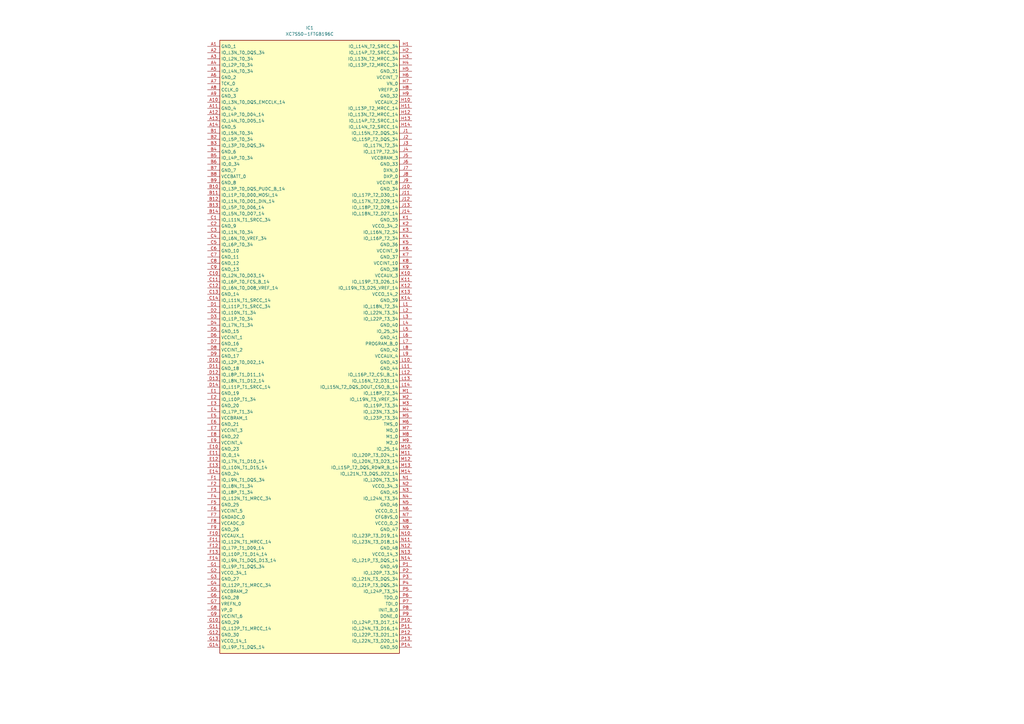
<source format=kicad_sch>
(kicad_sch
	(version 20231120)
	(generator "eeschema")
	(generator_version "8.0")
	(uuid "30d747be-16bb-4b9d-a7aa-67c6064d399c")
	(paper "A3")
	(lib_symbols
		(symbol "XC7S50-1FTGB196C:XC7S50-1FTGB196C"
			(exclude_from_sim no)
			(in_bom yes)
			(on_board yes)
			(property "Reference" "IC"
				(at 80.01 7.62 0)
				(effects
					(font
						(size 1.27 1.27)
					)
					(justify left top)
				)
			)
			(property "Value" "XC7S50-1FTGB196C"
				(at 80.01 5.08 0)
				(effects
					(font
						(size 1.27 1.27)
					)
					(justify left top)
				)
			)
			(property "Footprint" "BGA196C100P14X14_1500X1500X155"
				(at 80.01 -94.92 0)
				(effects
					(font
						(size 1.27 1.27)
					)
					(justify left top)
					(hide yes)
				)
			)
			(property "Datasheet" "https://www.xilinx.com/support/documentation/user_guides/ug475_7Series_Pkg_Pinout.pdf"
				(at 80.01 -194.92 0)
				(effects
					(font
						(size 1.27 1.27)
					)
					(justify left top)
					(hide yes)
				)
			)
			(property "Description" "XILINX - XC7S50-1FTGB196C - FPGA, SPARTAN-7, 100 I/O, FCBGA-196"
				(at 0 0 0)
				(effects
					(font
						(size 1.27 1.27)
					)
					(hide yes)
				)
			)
			(property "Height" "1.55"
				(at 80.01 -394.92 0)
				(effects
					(font
						(size 1.27 1.27)
					)
					(justify left top)
					(hide yes)
				)
			)
			(property "Manufacturer_Name" "AMD"
				(at 80.01 -494.92 0)
				(effects
					(font
						(size 1.27 1.27)
					)
					(justify left top)
					(hide yes)
				)
			)
			(property "Manufacturer_Part_Number" "XC7S50-1FTGB196C"
				(at 80.01 -594.92 0)
				(effects
					(font
						(size 1.27 1.27)
					)
					(justify left top)
					(hide yes)
				)
			)
			(property "Mouser Part Number" "217-XC7S50-1FTGB196C"
				(at 80.01 -694.92 0)
				(effects
					(font
						(size 1.27 1.27)
					)
					(justify left top)
					(hide yes)
				)
			)
			(property "Mouser Price/Stock" "https://www.mouser.co.uk/ProductDetail/Xilinx/XC7S50-1FTGB196C?qs=rrS6PyfT74cn7oaHCl493Q%3D%3D"
				(at 80.01 -794.92 0)
				(effects
					(font
						(size 1.27 1.27)
					)
					(justify left top)
					(hide yes)
				)
			)
			(property "Arrow Part Number" ""
				(at 80.01 -894.92 0)
				(effects
					(font
						(size 1.27 1.27)
					)
					(justify left top)
					(hide yes)
				)
			)
			(property "Arrow Price/Stock" ""
				(at 80.01 -994.92 0)
				(effects
					(font
						(size 1.27 1.27)
					)
					(justify left top)
					(hide yes)
				)
			)
			(symbol "XC7S50-1FTGB196C_1_1"
				(rectangle
					(start 5.08 2.54)
					(end 78.74 -248.92)
					(stroke
						(width 0.254)
						(type default)
					)
					(fill
						(type background)
					)
				)
				(pin passive line
					(at 0 0 0)
					(length 5.08)
					(name "GND_1"
						(effects
							(font
								(size 1.27 1.27)
							)
						)
					)
					(number "A1"
						(effects
							(font
								(size 1.27 1.27)
							)
						)
					)
				)
				(pin passive line
					(at 0 -22.86 0)
					(length 5.08)
					(name "IO_L3N_T0_DQS_EMCCLK_14"
						(effects
							(font
								(size 1.27 1.27)
							)
						)
					)
					(number "A10"
						(effects
							(font
								(size 1.27 1.27)
							)
						)
					)
				)
				(pin passive line
					(at 0 -25.4 0)
					(length 5.08)
					(name "GND_4"
						(effects
							(font
								(size 1.27 1.27)
							)
						)
					)
					(number "A11"
						(effects
							(font
								(size 1.27 1.27)
							)
						)
					)
				)
				(pin passive line
					(at 0 -27.94 0)
					(length 5.08)
					(name "IO_L4P_T0_D04_14"
						(effects
							(font
								(size 1.27 1.27)
							)
						)
					)
					(number "A12"
						(effects
							(font
								(size 1.27 1.27)
							)
						)
					)
				)
				(pin passive line
					(at 0 -30.48 0)
					(length 5.08)
					(name "IO_L4N_T0_D05_14"
						(effects
							(font
								(size 1.27 1.27)
							)
						)
					)
					(number "A13"
						(effects
							(font
								(size 1.27 1.27)
							)
						)
					)
				)
				(pin passive line
					(at 0 -33.02 0)
					(length 5.08)
					(name "GND_5"
						(effects
							(font
								(size 1.27 1.27)
							)
						)
					)
					(number "A14"
						(effects
							(font
								(size 1.27 1.27)
							)
						)
					)
				)
				(pin passive line
					(at 0 -2.54 0)
					(length 5.08)
					(name "IO_L3N_T0_DQS_34"
						(effects
							(font
								(size 1.27 1.27)
							)
						)
					)
					(number "A2"
						(effects
							(font
								(size 1.27 1.27)
							)
						)
					)
				)
				(pin passive line
					(at 0 -5.08 0)
					(length 5.08)
					(name "IO_L2N_T0_34"
						(effects
							(font
								(size 1.27 1.27)
							)
						)
					)
					(number "A3"
						(effects
							(font
								(size 1.27 1.27)
							)
						)
					)
				)
				(pin passive line
					(at 0 -7.62 0)
					(length 5.08)
					(name "IO_L2P_T0_34"
						(effects
							(font
								(size 1.27 1.27)
							)
						)
					)
					(number "A4"
						(effects
							(font
								(size 1.27 1.27)
							)
						)
					)
				)
				(pin passive line
					(at 0 -10.16 0)
					(length 5.08)
					(name "IO_L4N_T0_34"
						(effects
							(font
								(size 1.27 1.27)
							)
						)
					)
					(number "A5"
						(effects
							(font
								(size 1.27 1.27)
							)
						)
					)
				)
				(pin passive line
					(at 0 -12.7 0)
					(length 5.08)
					(name "GND_2"
						(effects
							(font
								(size 1.27 1.27)
							)
						)
					)
					(number "A6"
						(effects
							(font
								(size 1.27 1.27)
							)
						)
					)
				)
				(pin passive line
					(at 0 -15.24 0)
					(length 5.08)
					(name "TCK_0"
						(effects
							(font
								(size 1.27 1.27)
							)
						)
					)
					(number "A7"
						(effects
							(font
								(size 1.27 1.27)
							)
						)
					)
				)
				(pin passive line
					(at 0 -17.78 0)
					(length 5.08)
					(name "CCLK_0"
						(effects
							(font
								(size 1.27 1.27)
							)
						)
					)
					(number "A8"
						(effects
							(font
								(size 1.27 1.27)
							)
						)
					)
				)
				(pin passive line
					(at 0 -20.32 0)
					(length 5.08)
					(name "GND_3"
						(effects
							(font
								(size 1.27 1.27)
							)
						)
					)
					(number "A9"
						(effects
							(font
								(size 1.27 1.27)
							)
						)
					)
				)
				(pin passive line
					(at 0 -35.56 0)
					(length 5.08)
					(name "IO_L5N_T0_34"
						(effects
							(font
								(size 1.27 1.27)
							)
						)
					)
					(number "B1"
						(effects
							(font
								(size 1.27 1.27)
							)
						)
					)
				)
				(pin passive line
					(at 0 -58.42 0)
					(length 5.08)
					(name "IO_L3P_T0_DQS_PUDC_B_14"
						(effects
							(font
								(size 1.27 1.27)
							)
						)
					)
					(number "B10"
						(effects
							(font
								(size 1.27 1.27)
							)
						)
					)
				)
				(pin passive line
					(at 0 -60.96 0)
					(length 5.08)
					(name "IO_L1P_T0_D00_MOSI_14"
						(effects
							(font
								(size 1.27 1.27)
							)
						)
					)
					(number "B11"
						(effects
							(font
								(size 1.27 1.27)
							)
						)
					)
				)
				(pin passive line
					(at 0 -63.5 0)
					(length 5.08)
					(name "IO_L1N_T0_D01_DIN_14"
						(effects
							(font
								(size 1.27 1.27)
							)
						)
					)
					(number "B12"
						(effects
							(font
								(size 1.27 1.27)
							)
						)
					)
				)
				(pin passive line
					(at 0 -66.04 0)
					(length 5.08)
					(name "IO_L5P_T0_D06_14"
						(effects
							(font
								(size 1.27 1.27)
							)
						)
					)
					(number "B13"
						(effects
							(font
								(size 1.27 1.27)
							)
						)
					)
				)
				(pin passive line
					(at 0 -68.58 0)
					(length 5.08)
					(name "IO_L5N_T0_D07_14"
						(effects
							(font
								(size 1.27 1.27)
							)
						)
					)
					(number "B14"
						(effects
							(font
								(size 1.27 1.27)
							)
						)
					)
				)
				(pin passive line
					(at 0 -38.1 0)
					(length 5.08)
					(name "IO_L5P_T0_34"
						(effects
							(font
								(size 1.27 1.27)
							)
						)
					)
					(number "B2"
						(effects
							(font
								(size 1.27 1.27)
							)
						)
					)
				)
				(pin passive line
					(at 0 -40.64 0)
					(length 5.08)
					(name "IO_L3P_T0_DQS_34"
						(effects
							(font
								(size 1.27 1.27)
							)
						)
					)
					(number "B3"
						(effects
							(font
								(size 1.27 1.27)
							)
						)
					)
				)
				(pin passive line
					(at 0 -43.18 0)
					(length 5.08)
					(name "GND_6"
						(effects
							(font
								(size 1.27 1.27)
							)
						)
					)
					(number "B4"
						(effects
							(font
								(size 1.27 1.27)
							)
						)
					)
				)
				(pin passive line
					(at 0 -45.72 0)
					(length 5.08)
					(name "IO_L4P_T0_34"
						(effects
							(font
								(size 1.27 1.27)
							)
						)
					)
					(number "B5"
						(effects
							(font
								(size 1.27 1.27)
							)
						)
					)
				)
				(pin passive line
					(at 0 -48.26 0)
					(length 5.08)
					(name "IO_0_34"
						(effects
							(font
								(size 1.27 1.27)
							)
						)
					)
					(number "B6"
						(effects
							(font
								(size 1.27 1.27)
							)
						)
					)
				)
				(pin passive line
					(at 0 -50.8 0)
					(length 5.08)
					(name "GND_7"
						(effects
							(font
								(size 1.27 1.27)
							)
						)
					)
					(number "B7"
						(effects
							(font
								(size 1.27 1.27)
							)
						)
					)
				)
				(pin passive line
					(at 0 -53.34 0)
					(length 5.08)
					(name "VCCBATT_0"
						(effects
							(font
								(size 1.27 1.27)
							)
						)
					)
					(number "B8"
						(effects
							(font
								(size 1.27 1.27)
							)
						)
					)
				)
				(pin passive line
					(at 0 -55.88 0)
					(length 5.08)
					(name "GND_8"
						(effects
							(font
								(size 1.27 1.27)
							)
						)
					)
					(number "B9"
						(effects
							(font
								(size 1.27 1.27)
							)
						)
					)
				)
				(pin passive line
					(at 0 -71.12 0)
					(length 5.08)
					(name "IO_L11N_T1_SRCC_34"
						(effects
							(font
								(size 1.27 1.27)
							)
						)
					)
					(number "C1"
						(effects
							(font
								(size 1.27 1.27)
							)
						)
					)
				)
				(pin passive line
					(at 0 -93.98 0)
					(length 5.08)
					(name "IO_L2N_T0_D03_14"
						(effects
							(font
								(size 1.27 1.27)
							)
						)
					)
					(number "C10"
						(effects
							(font
								(size 1.27 1.27)
							)
						)
					)
				)
				(pin passive line
					(at 0 -96.52 0)
					(length 5.08)
					(name "IO_L6P_T0_FCS_B_14"
						(effects
							(font
								(size 1.27 1.27)
							)
						)
					)
					(number "C11"
						(effects
							(font
								(size 1.27 1.27)
							)
						)
					)
				)
				(pin passive line
					(at 0 -99.06 0)
					(length 5.08)
					(name "IO_L6N_T0_D08_VREF_14"
						(effects
							(font
								(size 1.27 1.27)
							)
						)
					)
					(number "C12"
						(effects
							(font
								(size 1.27 1.27)
							)
						)
					)
				)
				(pin passive line
					(at 0 -101.6 0)
					(length 5.08)
					(name "GND_14"
						(effects
							(font
								(size 1.27 1.27)
							)
						)
					)
					(number "C13"
						(effects
							(font
								(size 1.27 1.27)
							)
						)
					)
				)
				(pin passive line
					(at 0 -104.14 0)
					(length 5.08)
					(name "IO_L11N_T1_SRCC_14"
						(effects
							(font
								(size 1.27 1.27)
							)
						)
					)
					(number "C14"
						(effects
							(font
								(size 1.27 1.27)
							)
						)
					)
				)
				(pin passive line
					(at 0 -73.66 0)
					(length 5.08)
					(name "GND_9"
						(effects
							(font
								(size 1.27 1.27)
							)
						)
					)
					(number "C2"
						(effects
							(font
								(size 1.27 1.27)
							)
						)
					)
				)
				(pin passive line
					(at 0 -76.2 0)
					(length 5.08)
					(name "IO_L1N_T0_34"
						(effects
							(font
								(size 1.27 1.27)
							)
						)
					)
					(number "C3"
						(effects
							(font
								(size 1.27 1.27)
							)
						)
					)
				)
				(pin passive line
					(at 0 -78.74 0)
					(length 5.08)
					(name "IO_L6N_T0_VREF_34"
						(effects
							(font
								(size 1.27 1.27)
							)
						)
					)
					(number "C4"
						(effects
							(font
								(size 1.27 1.27)
							)
						)
					)
				)
				(pin passive line
					(at 0 -81.28 0)
					(length 5.08)
					(name "IO_L6P_T0_34"
						(effects
							(font
								(size 1.27 1.27)
							)
						)
					)
					(number "C5"
						(effects
							(font
								(size 1.27 1.27)
							)
						)
					)
				)
				(pin passive line
					(at 0 -83.82 0)
					(length 5.08)
					(name "GND_10"
						(effects
							(font
								(size 1.27 1.27)
							)
						)
					)
					(number "C6"
						(effects
							(font
								(size 1.27 1.27)
							)
						)
					)
				)
				(pin passive line
					(at 0 -86.36 0)
					(length 5.08)
					(name "GND_11"
						(effects
							(font
								(size 1.27 1.27)
							)
						)
					)
					(number "C7"
						(effects
							(font
								(size 1.27 1.27)
							)
						)
					)
				)
				(pin passive line
					(at 0 -88.9 0)
					(length 5.08)
					(name "GND_12"
						(effects
							(font
								(size 1.27 1.27)
							)
						)
					)
					(number "C8"
						(effects
							(font
								(size 1.27 1.27)
							)
						)
					)
				)
				(pin passive line
					(at 0 -91.44 0)
					(length 5.08)
					(name "GND_13"
						(effects
							(font
								(size 1.27 1.27)
							)
						)
					)
					(number "C9"
						(effects
							(font
								(size 1.27 1.27)
							)
						)
					)
				)
				(pin passive line
					(at 0 -106.68 0)
					(length 5.08)
					(name "IO_L11P_T1_SRCC_34"
						(effects
							(font
								(size 1.27 1.27)
							)
						)
					)
					(number "D1"
						(effects
							(font
								(size 1.27 1.27)
							)
						)
					)
				)
				(pin passive line
					(at 0 -129.54 0)
					(length 5.08)
					(name "IO_L2P_T0_D02_14"
						(effects
							(font
								(size 1.27 1.27)
							)
						)
					)
					(number "D10"
						(effects
							(font
								(size 1.27 1.27)
							)
						)
					)
				)
				(pin passive line
					(at 0 -132.08 0)
					(length 5.08)
					(name "GND_18"
						(effects
							(font
								(size 1.27 1.27)
							)
						)
					)
					(number "D11"
						(effects
							(font
								(size 1.27 1.27)
							)
						)
					)
				)
				(pin passive line
					(at 0 -134.62 0)
					(length 5.08)
					(name "IO_L8P_T1_D11_14"
						(effects
							(font
								(size 1.27 1.27)
							)
						)
					)
					(number "D12"
						(effects
							(font
								(size 1.27 1.27)
							)
						)
					)
				)
				(pin passive line
					(at 0 -137.16 0)
					(length 5.08)
					(name "IO_L8N_T1_D12_14"
						(effects
							(font
								(size 1.27 1.27)
							)
						)
					)
					(number "D13"
						(effects
							(font
								(size 1.27 1.27)
							)
						)
					)
				)
				(pin passive line
					(at 0 -139.7 0)
					(length 5.08)
					(name "IO_L11P_T1_SRCC_14"
						(effects
							(font
								(size 1.27 1.27)
							)
						)
					)
					(number "D14"
						(effects
							(font
								(size 1.27 1.27)
							)
						)
					)
				)
				(pin passive line
					(at 0 -109.22 0)
					(length 5.08)
					(name "IO_L10N_T1_34"
						(effects
							(font
								(size 1.27 1.27)
							)
						)
					)
					(number "D2"
						(effects
							(font
								(size 1.27 1.27)
							)
						)
					)
				)
				(pin passive line
					(at 0 -111.76 0)
					(length 5.08)
					(name "IO_L1P_T0_34"
						(effects
							(font
								(size 1.27 1.27)
							)
						)
					)
					(number "D3"
						(effects
							(font
								(size 1.27 1.27)
							)
						)
					)
				)
				(pin passive line
					(at 0 -114.3 0)
					(length 5.08)
					(name "IO_L7N_T1_34"
						(effects
							(font
								(size 1.27 1.27)
							)
						)
					)
					(number "D4"
						(effects
							(font
								(size 1.27 1.27)
							)
						)
					)
				)
				(pin passive line
					(at 0 -116.84 0)
					(length 5.08)
					(name "GND_15"
						(effects
							(font
								(size 1.27 1.27)
							)
						)
					)
					(number "D5"
						(effects
							(font
								(size 1.27 1.27)
							)
						)
					)
				)
				(pin passive line
					(at 0 -119.38 0)
					(length 5.08)
					(name "VCCINT_1"
						(effects
							(font
								(size 1.27 1.27)
							)
						)
					)
					(number "D6"
						(effects
							(font
								(size 1.27 1.27)
							)
						)
					)
				)
				(pin passive line
					(at 0 -121.92 0)
					(length 5.08)
					(name "GND_16"
						(effects
							(font
								(size 1.27 1.27)
							)
						)
					)
					(number "D7"
						(effects
							(font
								(size 1.27 1.27)
							)
						)
					)
				)
				(pin passive line
					(at 0 -124.46 0)
					(length 5.08)
					(name "VCCINT_2"
						(effects
							(font
								(size 1.27 1.27)
							)
						)
					)
					(number "D8"
						(effects
							(font
								(size 1.27 1.27)
							)
						)
					)
				)
				(pin passive line
					(at 0 -127 0)
					(length 5.08)
					(name "GND_17"
						(effects
							(font
								(size 1.27 1.27)
							)
						)
					)
					(number "D9"
						(effects
							(font
								(size 1.27 1.27)
							)
						)
					)
				)
				(pin passive line
					(at 0 -142.24 0)
					(length 5.08)
					(name "GND_19"
						(effects
							(font
								(size 1.27 1.27)
							)
						)
					)
					(number "E1"
						(effects
							(font
								(size 1.27 1.27)
							)
						)
					)
				)
				(pin passive line
					(at 0 -165.1 0)
					(length 5.08)
					(name "GND_23"
						(effects
							(font
								(size 1.27 1.27)
							)
						)
					)
					(number "E10"
						(effects
							(font
								(size 1.27 1.27)
							)
						)
					)
				)
				(pin passive line
					(at 0 -167.64 0)
					(length 5.08)
					(name "IO_0_14"
						(effects
							(font
								(size 1.27 1.27)
							)
						)
					)
					(number "E11"
						(effects
							(font
								(size 1.27 1.27)
							)
						)
					)
				)
				(pin passive line
					(at 0 -170.18 0)
					(length 5.08)
					(name "IO_L7N_T1_D10_14"
						(effects
							(font
								(size 1.27 1.27)
							)
						)
					)
					(number "E12"
						(effects
							(font
								(size 1.27 1.27)
							)
						)
					)
				)
				(pin passive line
					(at 0 -172.72 0)
					(length 5.08)
					(name "IO_L10N_T1_D15_14"
						(effects
							(font
								(size 1.27 1.27)
							)
						)
					)
					(number "E13"
						(effects
							(font
								(size 1.27 1.27)
							)
						)
					)
				)
				(pin passive line
					(at 0 -175.26 0)
					(length 5.08)
					(name "GND_24"
						(effects
							(font
								(size 1.27 1.27)
							)
						)
					)
					(number "E14"
						(effects
							(font
								(size 1.27 1.27)
							)
						)
					)
				)
				(pin passive line
					(at 0 -144.78 0)
					(length 5.08)
					(name "IO_L10P_T1_34"
						(effects
							(font
								(size 1.27 1.27)
							)
						)
					)
					(number "E2"
						(effects
							(font
								(size 1.27 1.27)
							)
						)
					)
				)
				(pin passive line
					(at 0 -147.32 0)
					(length 5.08)
					(name "GND_20"
						(effects
							(font
								(size 1.27 1.27)
							)
						)
					)
					(number "E3"
						(effects
							(font
								(size 1.27 1.27)
							)
						)
					)
				)
				(pin passive line
					(at 0 -149.86 0)
					(length 5.08)
					(name "IO_L7P_T1_34"
						(effects
							(font
								(size 1.27 1.27)
							)
						)
					)
					(number "E4"
						(effects
							(font
								(size 1.27 1.27)
							)
						)
					)
				)
				(pin passive line
					(at 0 -152.4 0)
					(length 5.08)
					(name "VCCBRAM_1"
						(effects
							(font
								(size 1.27 1.27)
							)
						)
					)
					(number "E5"
						(effects
							(font
								(size 1.27 1.27)
							)
						)
					)
				)
				(pin passive line
					(at 0 -154.94 0)
					(length 5.08)
					(name "GND_21"
						(effects
							(font
								(size 1.27 1.27)
							)
						)
					)
					(number "E6"
						(effects
							(font
								(size 1.27 1.27)
							)
						)
					)
				)
				(pin passive line
					(at 0 -157.48 0)
					(length 5.08)
					(name "VCCINT_3"
						(effects
							(font
								(size 1.27 1.27)
							)
						)
					)
					(number "E7"
						(effects
							(font
								(size 1.27 1.27)
							)
						)
					)
				)
				(pin passive line
					(at 0 -160.02 0)
					(length 5.08)
					(name "GND_22"
						(effects
							(font
								(size 1.27 1.27)
							)
						)
					)
					(number "E8"
						(effects
							(font
								(size 1.27 1.27)
							)
						)
					)
				)
				(pin passive line
					(at 0 -162.56 0)
					(length 5.08)
					(name "VCCINT_4"
						(effects
							(font
								(size 1.27 1.27)
							)
						)
					)
					(number "E9"
						(effects
							(font
								(size 1.27 1.27)
							)
						)
					)
				)
				(pin passive line
					(at 0 -177.8 0)
					(length 5.08)
					(name "IO_L9N_T1_DQS_34"
						(effects
							(font
								(size 1.27 1.27)
							)
						)
					)
					(number "F1"
						(effects
							(font
								(size 1.27 1.27)
							)
						)
					)
				)
				(pin passive line
					(at 0 -200.66 0)
					(length 5.08)
					(name "VCCAUX_1"
						(effects
							(font
								(size 1.27 1.27)
							)
						)
					)
					(number "F10"
						(effects
							(font
								(size 1.27 1.27)
							)
						)
					)
				)
				(pin passive line
					(at 0 -203.2 0)
					(length 5.08)
					(name "IO_L12N_T1_MRCC_14"
						(effects
							(font
								(size 1.27 1.27)
							)
						)
					)
					(number "F11"
						(effects
							(font
								(size 1.27 1.27)
							)
						)
					)
				)
				(pin passive line
					(at 0 -205.74 0)
					(length 5.08)
					(name "IO_L7P_T1_D09_14"
						(effects
							(font
								(size 1.27 1.27)
							)
						)
					)
					(number "F12"
						(effects
							(font
								(size 1.27 1.27)
							)
						)
					)
				)
				(pin passive line
					(at 0 -208.28 0)
					(length 5.08)
					(name "IO_L10P_T1_D14_14"
						(effects
							(font
								(size 1.27 1.27)
							)
						)
					)
					(number "F13"
						(effects
							(font
								(size 1.27 1.27)
							)
						)
					)
				)
				(pin passive line
					(at 0 -210.82 0)
					(length 5.08)
					(name "IO_L9N_T1_DQS_D13_14"
						(effects
							(font
								(size 1.27 1.27)
							)
						)
					)
					(number "F14"
						(effects
							(font
								(size 1.27 1.27)
							)
						)
					)
				)
				(pin passive line
					(at 0 -180.34 0)
					(length 5.08)
					(name "IO_L8N_T1_34"
						(effects
							(font
								(size 1.27 1.27)
							)
						)
					)
					(number "F2"
						(effects
							(font
								(size 1.27 1.27)
							)
						)
					)
				)
				(pin passive line
					(at 0 -182.88 0)
					(length 5.08)
					(name "IO_L8P_T1_34"
						(effects
							(font
								(size 1.27 1.27)
							)
						)
					)
					(number "F3"
						(effects
							(font
								(size 1.27 1.27)
							)
						)
					)
				)
				(pin passive line
					(at 0 -185.42 0)
					(length 5.08)
					(name "IO_L12N_T1_MRCC_34"
						(effects
							(font
								(size 1.27 1.27)
							)
						)
					)
					(number "F4"
						(effects
							(font
								(size 1.27 1.27)
							)
						)
					)
				)
				(pin passive line
					(at 0 -187.96 0)
					(length 5.08)
					(name "GND_25"
						(effects
							(font
								(size 1.27 1.27)
							)
						)
					)
					(number "F5"
						(effects
							(font
								(size 1.27 1.27)
							)
						)
					)
				)
				(pin passive line
					(at 0 -190.5 0)
					(length 5.08)
					(name "VCCINT_5"
						(effects
							(font
								(size 1.27 1.27)
							)
						)
					)
					(number "F6"
						(effects
							(font
								(size 1.27 1.27)
							)
						)
					)
				)
				(pin passive line
					(at 0 -193.04 0)
					(length 5.08)
					(name "GNDADC_0"
						(effects
							(font
								(size 1.27 1.27)
							)
						)
					)
					(number "F7"
						(effects
							(font
								(size 1.27 1.27)
							)
						)
					)
				)
				(pin passive line
					(at 0 -195.58 0)
					(length 5.08)
					(name "VCCADC_0"
						(effects
							(font
								(size 1.27 1.27)
							)
						)
					)
					(number "F8"
						(effects
							(font
								(size 1.27 1.27)
							)
						)
					)
				)
				(pin passive line
					(at 0 -198.12 0)
					(length 5.08)
					(name "GND_26"
						(effects
							(font
								(size 1.27 1.27)
							)
						)
					)
					(number "F9"
						(effects
							(font
								(size 1.27 1.27)
							)
						)
					)
				)
				(pin passive line
					(at 0 -213.36 0)
					(length 5.08)
					(name "IO_L9P_T1_DQS_34"
						(effects
							(font
								(size 1.27 1.27)
							)
						)
					)
					(number "G1"
						(effects
							(font
								(size 1.27 1.27)
							)
						)
					)
				)
				(pin passive line
					(at 0 -236.22 0)
					(length 5.08)
					(name "GND_29"
						(effects
							(font
								(size 1.27 1.27)
							)
						)
					)
					(number "G10"
						(effects
							(font
								(size 1.27 1.27)
							)
						)
					)
				)
				(pin passive line
					(at 0 -238.76 0)
					(length 5.08)
					(name "IO_L12P_T1_MRCC_14"
						(effects
							(font
								(size 1.27 1.27)
							)
						)
					)
					(number "G11"
						(effects
							(font
								(size 1.27 1.27)
							)
						)
					)
				)
				(pin passive line
					(at 0 -241.3 0)
					(length 5.08)
					(name "GND_30"
						(effects
							(font
								(size 1.27 1.27)
							)
						)
					)
					(number "G12"
						(effects
							(font
								(size 1.27 1.27)
							)
						)
					)
				)
				(pin passive line
					(at 0 -243.84 0)
					(length 5.08)
					(name "VCCO_14_1"
						(effects
							(font
								(size 1.27 1.27)
							)
						)
					)
					(number "G13"
						(effects
							(font
								(size 1.27 1.27)
							)
						)
					)
				)
				(pin passive line
					(at 0 -246.38 0)
					(length 5.08)
					(name "IO_L9P_T1_DQS_14"
						(effects
							(font
								(size 1.27 1.27)
							)
						)
					)
					(number "G14"
						(effects
							(font
								(size 1.27 1.27)
							)
						)
					)
				)
				(pin passive line
					(at 0 -215.9 0)
					(length 5.08)
					(name "VCCO_34_1"
						(effects
							(font
								(size 1.27 1.27)
							)
						)
					)
					(number "G2"
						(effects
							(font
								(size 1.27 1.27)
							)
						)
					)
				)
				(pin passive line
					(at 0 -218.44 0)
					(length 5.08)
					(name "GND_27"
						(effects
							(font
								(size 1.27 1.27)
							)
						)
					)
					(number "G3"
						(effects
							(font
								(size 1.27 1.27)
							)
						)
					)
				)
				(pin passive line
					(at 0 -220.98 0)
					(length 5.08)
					(name "IO_L12P_T1_MRCC_34"
						(effects
							(font
								(size 1.27 1.27)
							)
						)
					)
					(number "G4"
						(effects
							(font
								(size 1.27 1.27)
							)
						)
					)
				)
				(pin passive line
					(at 0 -223.52 0)
					(length 5.08)
					(name "VCCBRAM_2"
						(effects
							(font
								(size 1.27 1.27)
							)
						)
					)
					(number "G5"
						(effects
							(font
								(size 1.27 1.27)
							)
						)
					)
				)
				(pin passive line
					(at 0 -226.06 0)
					(length 5.08)
					(name "GND_28"
						(effects
							(font
								(size 1.27 1.27)
							)
						)
					)
					(number "G6"
						(effects
							(font
								(size 1.27 1.27)
							)
						)
					)
				)
				(pin passive line
					(at 0 -228.6 0)
					(length 5.08)
					(name "VREFN_0"
						(effects
							(font
								(size 1.27 1.27)
							)
						)
					)
					(number "G7"
						(effects
							(font
								(size 1.27 1.27)
							)
						)
					)
				)
				(pin passive line
					(at 0 -231.14 0)
					(length 5.08)
					(name "VP_0"
						(effects
							(font
								(size 1.27 1.27)
							)
						)
					)
					(number "G8"
						(effects
							(font
								(size 1.27 1.27)
							)
						)
					)
				)
				(pin passive line
					(at 0 -233.68 0)
					(length 5.08)
					(name "VCCINT_6"
						(effects
							(font
								(size 1.27 1.27)
							)
						)
					)
					(number "G9"
						(effects
							(font
								(size 1.27 1.27)
							)
						)
					)
				)
				(pin passive line
					(at 83.82 0 180)
					(length 5.08)
					(name "IO_L14N_T2_SRCC_34"
						(effects
							(font
								(size 1.27 1.27)
							)
						)
					)
					(number "H1"
						(effects
							(font
								(size 1.27 1.27)
							)
						)
					)
				)
				(pin passive line
					(at 83.82 -22.86 180)
					(length 5.08)
					(name "VCCAUX_2"
						(effects
							(font
								(size 1.27 1.27)
							)
						)
					)
					(number "H10"
						(effects
							(font
								(size 1.27 1.27)
							)
						)
					)
				)
				(pin passive line
					(at 83.82 -25.4 180)
					(length 5.08)
					(name "IO_L13P_T2_MRCC_14"
						(effects
							(font
								(size 1.27 1.27)
							)
						)
					)
					(number "H11"
						(effects
							(font
								(size 1.27 1.27)
							)
						)
					)
				)
				(pin passive line
					(at 83.82 -27.94 180)
					(length 5.08)
					(name "IO_L13N_T2_MRCC_14"
						(effects
							(font
								(size 1.27 1.27)
							)
						)
					)
					(number "H12"
						(effects
							(font
								(size 1.27 1.27)
							)
						)
					)
				)
				(pin passive line
					(at 83.82 -30.48 180)
					(length 5.08)
					(name "IO_L14P_T2_SRCC_14"
						(effects
							(font
								(size 1.27 1.27)
							)
						)
					)
					(number "H13"
						(effects
							(font
								(size 1.27 1.27)
							)
						)
					)
				)
				(pin passive line
					(at 83.82 -33.02 180)
					(length 5.08)
					(name "IO_L14N_T2_SRCC_14"
						(effects
							(font
								(size 1.27 1.27)
							)
						)
					)
					(number "H14"
						(effects
							(font
								(size 1.27 1.27)
							)
						)
					)
				)
				(pin passive line
					(at 83.82 -2.54 180)
					(length 5.08)
					(name "IO_L14P_T2_SRCC_34"
						(effects
							(font
								(size 1.27 1.27)
							)
						)
					)
					(number "H2"
						(effects
							(font
								(size 1.27 1.27)
							)
						)
					)
				)
				(pin passive line
					(at 83.82 -5.08 180)
					(length 5.08)
					(name "IO_L13N_T2_MRCC_34"
						(effects
							(font
								(size 1.27 1.27)
							)
						)
					)
					(number "H3"
						(effects
							(font
								(size 1.27 1.27)
							)
						)
					)
				)
				(pin passive line
					(at 83.82 -7.62 180)
					(length 5.08)
					(name "IO_L13P_T2_MRCC_34"
						(effects
							(font
								(size 1.27 1.27)
							)
						)
					)
					(number "H4"
						(effects
							(font
								(size 1.27 1.27)
							)
						)
					)
				)
				(pin passive line
					(at 83.82 -10.16 180)
					(length 5.08)
					(name "GND_31"
						(effects
							(font
								(size 1.27 1.27)
							)
						)
					)
					(number "H5"
						(effects
							(font
								(size 1.27 1.27)
							)
						)
					)
				)
				(pin passive line
					(at 83.82 -12.7 180)
					(length 5.08)
					(name "VCCINT_7"
						(effects
							(font
								(size 1.27 1.27)
							)
						)
					)
					(number "H6"
						(effects
							(font
								(size 1.27 1.27)
							)
						)
					)
				)
				(pin passive line
					(at 83.82 -15.24 180)
					(length 5.08)
					(name "VN_0"
						(effects
							(font
								(size 1.27 1.27)
							)
						)
					)
					(number "H7"
						(effects
							(font
								(size 1.27 1.27)
							)
						)
					)
				)
				(pin passive line
					(at 83.82 -17.78 180)
					(length 5.08)
					(name "VREFP_0"
						(effects
							(font
								(size 1.27 1.27)
							)
						)
					)
					(number "H8"
						(effects
							(font
								(size 1.27 1.27)
							)
						)
					)
				)
				(pin passive line
					(at 83.82 -20.32 180)
					(length 5.08)
					(name "GND_32"
						(effects
							(font
								(size 1.27 1.27)
							)
						)
					)
					(number "H9"
						(effects
							(font
								(size 1.27 1.27)
							)
						)
					)
				)
				(pin passive line
					(at 83.82 -35.56 180)
					(length 5.08)
					(name "IO_L15N_T2_DQS_34"
						(effects
							(font
								(size 1.27 1.27)
							)
						)
					)
					(number "J1"
						(effects
							(font
								(size 1.27 1.27)
							)
						)
					)
				)
				(pin passive line
					(at 83.82 -58.42 180)
					(length 5.08)
					(name "GND_34"
						(effects
							(font
								(size 1.27 1.27)
							)
						)
					)
					(number "J10"
						(effects
							(font
								(size 1.27 1.27)
							)
						)
					)
				)
				(pin passive line
					(at 83.82 -60.96 180)
					(length 5.08)
					(name "IO_L17P_T2_D30_14"
						(effects
							(font
								(size 1.27 1.27)
							)
						)
					)
					(number "J11"
						(effects
							(font
								(size 1.27 1.27)
							)
						)
					)
				)
				(pin passive line
					(at 83.82 -63.5 180)
					(length 5.08)
					(name "IO_L17N_T2_D29_14"
						(effects
							(font
								(size 1.27 1.27)
							)
						)
					)
					(number "J12"
						(effects
							(font
								(size 1.27 1.27)
							)
						)
					)
				)
				(pin passive line
					(at 83.82 -66.04 180)
					(length 5.08)
					(name "IO_L18P_T2_D28_14"
						(effects
							(font
								(size 1.27 1.27)
							)
						)
					)
					(number "J13"
						(effects
							(font
								(size 1.27 1.27)
							)
						)
					)
				)
				(pin passive line
					(at 83.82 -68.58 180)
					(length 5.08)
					(name "IO_L18N_T2_D27_14"
						(effects
							(font
								(size 1.27 1.27)
							)
						)
					)
					(number "J14"
						(effects
							(font
								(size 1.27 1.27)
							)
						)
					)
				)
				(pin passive line
					(at 83.82 -38.1 180)
					(length 5.08)
					(name "IO_L15P_T2_DQS_34"
						(effects
							(font
								(size 1.27 1.27)
							)
						)
					)
					(number "J2"
						(effects
							(font
								(size 1.27 1.27)
							)
						)
					)
				)
				(pin passive line
					(at 83.82 -40.64 180)
					(length 5.08)
					(name "IO_L17N_T2_34"
						(effects
							(font
								(size 1.27 1.27)
							)
						)
					)
					(number "J3"
						(effects
							(font
								(size 1.27 1.27)
							)
						)
					)
				)
				(pin passive line
					(at 83.82 -43.18 180)
					(length 5.08)
					(name "IO_L17P_T2_34"
						(effects
							(font
								(size 1.27 1.27)
							)
						)
					)
					(number "J4"
						(effects
							(font
								(size 1.27 1.27)
							)
						)
					)
				)
				(pin passive line
					(at 83.82 -45.72 180)
					(length 5.08)
					(name "VCCBRAM_3"
						(effects
							(font
								(size 1.27 1.27)
							)
						)
					)
					(number "J5"
						(effects
							(font
								(size 1.27 1.27)
							)
						)
					)
				)
				(pin passive line
					(at 83.82 -48.26 180)
					(length 5.08)
					(name "GND_33"
						(effects
							(font
								(size 1.27 1.27)
							)
						)
					)
					(number "J6"
						(effects
							(font
								(size 1.27 1.27)
							)
						)
					)
				)
				(pin passive line
					(at 83.82 -50.8 180)
					(length 5.08)
					(name "DXN_0"
						(effects
							(font
								(size 1.27 1.27)
							)
						)
					)
					(number "J7"
						(effects
							(font
								(size 1.27 1.27)
							)
						)
					)
				)
				(pin passive line
					(at 83.82 -53.34 180)
					(length 5.08)
					(name "DXP_0"
						(effects
							(font
								(size 1.27 1.27)
							)
						)
					)
					(number "J8"
						(effects
							(font
								(size 1.27 1.27)
							)
						)
					)
				)
				(pin passive line
					(at 83.82 -55.88 180)
					(length 5.08)
					(name "VCCINT_8"
						(effects
							(font
								(size 1.27 1.27)
							)
						)
					)
					(number "J9"
						(effects
							(font
								(size 1.27 1.27)
							)
						)
					)
				)
				(pin passive line
					(at 83.82 -71.12 180)
					(length 5.08)
					(name "GND_35"
						(effects
							(font
								(size 1.27 1.27)
							)
						)
					)
					(number "K1"
						(effects
							(font
								(size 1.27 1.27)
							)
						)
					)
				)
				(pin passive line
					(at 83.82 -93.98 180)
					(length 5.08)
					(name "VCCAUX_3"
						(effects
							(font
								(size 1.27 1.27)
							)
						)
					)
					(number "K10"
						(effects
							(font
								(size 1.27 1.27)
							)
						)
					)
				)
				(pin passive line
					(at 83.82 -96.52 180)
					(length 5.08)
					(name "IO_L19P_T3_D26_14"
						(effects
							(font
								(size 1.27 1.27)
							)
						)
					)
					(number "K11"
						(effects
							(font
								(size 1.27 1.27)
							)
						)
					)
				)
				(pin passive line
					(at 83.82 -99.06 180)
					(length 5.08)
					(name "IO_L19N_T3_D25_VREF_14"
						(effects
							(font
								(size 1.27 1.27)
							)
						)
					)
					(number "K12"
						(effects
							(font
								(size 1.27 1.27)
							)
						)
					)
				)
				(pin passive line
					(at 83.82 -101.6 180)
					(length 5.08)
					(name "VCCO_14_2"
						(effects
							(font
								(size 1.27 1.27)
							)
						)
					)
					(number "K13"
						(effects
							(font
								(size 1.27 1.27)
							)
						)
					)
				)
				(pin passive line
					(at 83.82 -104.14 180)
					(length 5.08)
					(name "GND_39"
						(effects
							(font
								(size 1.27 1.27)
							)
						)
					)
					(number "K14"
						(effects
							(font
								(size 1.27 1.27)
							)
						)
					)
				)
				(pin passive line
					(at 83.82 -73.66 180)
					(length 5.08)
					(name "VCCO_34_2"
						(effects
							(font
								(size 1.27 1.27)
							)
						)
					)
					(number "K2"
						(effects
							(font
								(size 1.27 1.27)
							)
						)
					)
				)
				(pin passive line
					(at 83.82 -76.2 180)
					(length 5.08)
					(name "IO_L16N_T2_34"
						(effects
							(font
								(size 1.27 1.27)
							)
						)
					)
					(number "K3"
						(effects
							(font
								(size 1.27 1.27)
							)
						)
					)
				)
				(pin passive line
					(at 83.82 -78.74 180)
					(length 5.08)
					(name "IO_L16P_T2_34"
						(effects
							(font
								(size 1.27 1.27)
							)
						)
					)
					(number "K4"
						(effects
							(font
								(size 1.27 1.27)
							)
						)
					)
				)
				(pin passive line
					(at 83.82 -81.28 180)
					(length 5.08)
					(name "GND_36"
						(effects
							(font
								(size 1.27 1.27)
							)
						)
					)
					(number "K5"
						(effects
							(font
								(size 1.27 1.27)
							)
						)
					)
				)
				(pin passive line
					(at 83.82 -83.82 180)
					(length 5.08)
					(name "VCCINT_9"
						(effects
							(font
								(size 1.27 1.27)
							)
						)
					)
					(number "K6"
						(effects
							(font
								(size 1.27 1.27)
							)
						)
					)
				)
				(pin passive line
					(at 83.82 -86.36 180)
					(length 5.08)
					(name "GND_37"
						(effects
							(font
								(size 1.27 1.27)
							)
						)
					)
					(number "K7"
						(effects
							(font
								(size 1.27 1.27)
							)
						)
					)
				)
				(pin passive line
					(at 83.82 -88.9 180)
					(length 5.08)
					(name "VCCINT_10"
						(effects
							(font
								(size 1.27 1.27)
							)
						)
					)
					(number "K8"
						(effects
							(font
								(size 1.27 1.27)
							)
						)
					)
				)
				(pin passive line
					(at 83.82 -91.44 180)
					(length 5.08)
					(name "GND_38"
						(effects
							(font
								(size 1.27 1.27)
							)
						)
					)
					(number "K9"
						(effects
							(font
								(size 1.27 1.27)
							)
						)
					)
				)
				(pin passive line
					(at 83.82 -106.68 180)
					(length 5.08)
					(name "IO_L18N_T2_34"
						(effects
							(font
								(size 1.27 1.27)
							)
						)
					)
					(number "L1"
						(effects
							(font
								(size 1.27 1.27)
							)
						)
					)
				)
				(pin passive line
					(at 83.82 -129.54 180)
					(length 5.08)
					(name "GND_43"
						(effects
							(font
								(size 1.27 1.27)
							)
						)
					)
					(number "L10"
						(effects
							(font
								(size 1.27 1.27)
							)
						)
					)
				)
				(pin passive line
					(at 83.82 -132.08 180)
					(length 5.08)
					(name "GND_44"
						(effects
							(font
								(size 1.27 1.27)
							)
						)
					)
					(number "L11"
						(effects
							(font
								(size 1.27 1.27)
							)
						)
					)
				)
				(pin passive line
					(at 83.82 -134.62 180)
					(length 5.08)
					(name "IO_L16P_T2_CSI_B_14"
						(effects
							(font
								(size 1.27 1.27)
							)
						)
					)
					(number "L12"
						(effects
							(font
								(size 1.27 1.27)
							)
						)
					)
				)
				(pin passive line
					(at 83.82 -137.16 180)
					(length 5.08)
					(name "IO_L16N_T2_D31_14"
						(effects
							(font
								(size 1.27 1.27)
							)
						)
					)
					(number "L13"
						(effects
							(font
								(size 1.27 1.27)
							)
						)
					)
				)
				(pin passive line
					(at 83.82 -139.7 180)
					(length 5.08)
					(name "IO_L15N_T2_DQS_DOUT_CSO_B_14"
						(effects
							(font
								(size 1.27 1.27)
							)
						)
					)
					(number "L14"
						(effects
							(font
								(size 1.27 1.27)
							)
						)
					)
				)
				(pin passive line
					(at 83.82 -109.22 180)
					(length 5.08)
					(name "IO_L22N_T3_34"
						(effects
							(font
								(size 1.27 1.27)
							)
						)
					)
					(number "L2"
						(effects
							(font
								(size 1.27 1.27)
							)
						)
					)
				)
				(pin passive line
					(at 83.82 -111.76 180)
					(length 5.08)
					(name "IO_L22P_T3_34"
						(effects
							(font
								(size 1.27 1.27)
							)
						)
					)
					(number "L3"
						(effects
							(font
								(size 1.27 1.27)
							)
						)
					)
				)
				(pin passive line
					(at 83.82 -114.3 180)
					(length 5.08)
					(name "GND_40"
						(effects
							(font
								(size 1.27 1.27)
							)
						)
					)
					(number "L4"
						(effects
							(font
								(size 1.27 1.27)
							)
						)
					)
				)
				(pin passive line
					(at 83.82 -116.84 180)
					(length 5.08)
					(name "IO_25_34"
						(effects
							(font
								(size 1.27 1.27)
							)
						)
					)
					(number "L5"
						(effects
							(font
								(size 1.27 1.27)
							)
						)
					)
				)
				(pin passive line
					(at 83.82 -119.38 180)
					(length 5.08)
					(name "GND_41"
						(effects
							(font
								(size 1.27 1.27)
							)
						)
					)
					(number "L6"
						(effects
							(font
								(size 1.27 1.27)
							)
						)
					)
				)
				(pin passive line
					(at 83.82 -121.92 180)
					(length 5.08)
					(name "PROGRAM_B_0"
						(effects
							(font
								(size 1.27 1.27)
							)
						)
					)
					(number "L7"
						(effects
							(font
								(size 1.27 1.27)
							)
						)
					)
				)
				(pin passive line
					(at 83.82 -124.46 180)
					(length 5.08)
					(name "GND_42"
						(effects
							(font
								(size 1.27 1.27)
							)
						)
					)
					(number "L8"
						(effects
							(font
								(size 1.27 1.27)
							)
						)
					)
				)
				(pin passive line
					(at 83.82 -127 180)
					(length 5.08)
					(name "VCCAUX_4"
						(effects
							(font
								(size 1.27 1.27)
							)
						)
					)
					(number "L9"
						(effects
							(font
								(size 1.27 1.27)
							)
						)
					)
				)
				(pin passive line
					(at 83.82 -142.24 180)
					(length 5.08)
					(name "IO_L18P_T2_34"
						(effects
							(font
								(size 1.27 1.27)
							)
						)
					)
					(number "M1"
						(effects
							(font
								(size 1.27 1.27)
							)
						)
					)
				)
				(pin passive line
					(at 83.82 -165.1 180)
					(length 5.08)
					(name "IO_25_14"
						(effects
							(font
								(size 1.27 1.27)
							)
						)
					)
					(number "M10"
						(effects
							(font
								(size 1.27 1.27)
							)
						)
					)
				)
				(pin passive line
					(at 83.82 -167.64 180)
					(length 5.08)
					(name "IO_L20P_T3_D24_14"
						(effects
							(font
								(size 1.27 1.27)
							)
						)
					)
					(number "M11"
						(effects
							(font
								(size 1.27 1.27)
							)
						)
					)
				)
				(pin passive line
					(at 83.82 -170.18 180)
					(length 5.08)
					(name "IO_L20N_T3_D23_14"
						(effects
							(font
								(size 1.27 1.27)
							)
						)
					)
					(number "M12"
						(effects
							(font
								(size 1.27 1.27)
							)
						)
					)
				)
				(pin passive line
					(at 83.82 -172.72 180)
					(length 5.08)
					(name "IO_L15P_T2_DQS_RDWR_B_14"
						(effects
							(font
								(size 1.27 1.27)
							)
						)
					)
					(number "M13"
						(effects
							(font
								(size 1.27 1.27)
							)
						)
					)
				)
				(pin passive line
					(at 83.82 -175.26 180)
					(length 5.08)
					(name "IO_L21N_T3_DQS_D22_14"
						(effects
							(font
								(size 1.27 1.27)
							)
						)
					)
					(number "M14"
						(effects
							(font
								(size 1.27 1.27)
							)
						)
					)
				)
				(pin passive line
					(at 83.82 -144.78 180)
					(length 5.08)
					(name "IO_L19N_T3_VREF_34"
						(effects
							(font
								(size 1.27 1.27)
							)
						)
					)
					(number "M2"
						(effects
							(font
								(size 1.27 1.27)
							)
						)
					)
				)
				(pin passive line
					(at 83.82 -147.32 180)
					(length 5.08)
					(name "IO_L19P_T3_34"
						(effects
							(font
								(size 1.27 1.27)
							)
						)
					)
					(number "M3"
						(effects
							(font
								(size 1.27 1.27)
							)
						)
					)
				)
				(pin passive line
					(at 83.82 -149.86 180)
					(length 5.08)
					(name "IO_L23N_T3_34"
						(effects
							(font
								(size 1.27 1.27)
							)
						)
					)
					(number "M4"
						(effects
							(font
								(size 1.27 1.27)
							)
						)
					)
				)
				(pin passive line
					(at 83.82 -152.4 180)
					(length 5.08)
					(name "IO_L23P_T3_34"
						(effects
							(font
								(size 1.27 1.27)
							)
						)
					)
					(number "M5"
						(effects
							(font
								(size 1.27 1.27)
							)
						)
					)
				)
				(pin passive line
					(at 83.82 -154.94 180)
					(length 5.08)
					(name "TMS_0"
						(effects
							(font
								(size 1.27 1.27)
							)
						)
					)
					(number "M6"
						(effects
							(font
								(size 1.27 1.27)
							)
						)
					)
				)
				(pin passive line
					(at 83.82 -157.48 180)
					(length 5.08)
					(name "M0_0"
						(effects
							(font
								(size 1.27 1.27)
							)
						)
					)
					(number "M7"
						(effects
							(font
								(size 1.27 1.27)
							)
						)
					)
				)
				(pin passive line
					(at 83.82 -160.02 180)
					(length 5.08)
					(name "M1_0"
						(effects
							(font
								(size 1.27 1.27)
							)
						)
					)
					(number "M8"
						(effects
							(font
								(size 1.27 1.27)
							)
						)
					)
				)
				(pin passive line
					(at 83.82 -162.56 180)
					(length 5.08)
					(name "M2_0"
						(effects
							(font
								(size 1.27 1.27)
							)
						)
					)
					(number "M9"
						(effects
							(font
								(size 1.27 1.27)
							)
						)
					)
				)
				(pin passive line
					(at 83.82 -177.8 180)
					(length 5.08)
					(name "IO_L20N_T3_34"
						(effects
							(font
								(size 1.27 1.27)
							)
						)
					)
					(number "N1"
						(effects
							(font
								(size 1.27 1.27)
							)
						)
					)
				)
				(pin passive line
					(at 83.82 -200.66 180)
					(length 5.08)
					(name "IO_L23P_T3_D19_14"
						(effects
							(font
								(size 1.27 1.27)
							)
						)
					)
					(number "N10"
						(effects
							(font
								(size 1.27 1.27)
							)
						)
					)
				)
				(pin passive line
					(at 83.82 -203.2 180)
					(length 5.08)
					(name "IO_L23N_T3_D18_14"
						(effects
							(font
								(size 1.27 1.27)
							)
						)
					)
					(number "N11"
						(effects
							(font
								(size 1.27 1.27)
							)
						)
					)
				)
				(pin passive line
					(at 83.82 -205.74 180)
					(length 5.08)
					(name "GND_48"
						(effects
							(font
								(size 1.27 1.27)
							)
						)
					)
					(number "N12"
						(effects
							(font
								(size 1.27 1.27)
							)
						)
					)
				)
				(pin passive line
					(at 83.82 -208.28 180)
					(length 5.08)
					(name "VCCO_14_3"
						(effects
							(font
								(size 1.27 1.27)
							)
						)
					)
					(number "N13"
						(effects
							(font
								(size 1.27 1.27)
							)
						)
					)
				)
				(pin passive line
					(at 83.82 -210.82 180)
					(length 5.08)
					(name "IO_L21P_T3_DQS_14"
						(effects
							(font
								(size 1.27 1.27)
							)
						)
					)
					(number "N14"
						(effects
							(font
								(size 1.27 1.27)
							)
						)
					)
				)
				(pin passive line
					(at 83.82 -180.34 180)
					(length 5.08)
					(name "VCCO_34_3"
						(effects
							(font
								(size 1.27 1.27)
							)
						)
					)
					(number "N2"
						(effects
							(font
								(size 1.27 1.27)
							)
						)
					)
				)
				(pin passive line
					(at 83.82 -182.88 180)
					(length 5.08)
					(name "GND_45"
						(effects
							(font
								(size 1.27 1.27)
							)
						)
					)
					(number "N3"
						(effects
							(font
								(size 1.27 1.27)
							)
						)
					)
				)
				(pin passive line
					(at 83.82 -185.42 180)
					(length 5.08)
					(name "IO_L24N_T3_34"
						(effects
							(font
								(size 1.27 1.27)
							)
						)
					)
					(number "N4"
						(effects
							(font
								(size 1.27 1.27)
							)
						)
					)
				)
				(pin passive line
					(at 83.82 -187.96 180)
					(length 5.08)
					(name "GND_46"
						(effects
							(font
								(size 1.27 1.27)
							)
						)
					)
					(number "N5"
						(effects
							(font
								(size 1.27 1.27)
							)
						)
					)
				)
				(pin passive line
					(at 83.82 -190.5 180)
					(length 5.08)
					(name "VCCO_0_1"
						(effects
							(font
								(size 1.27 1.27)
							)
						)
					)
					(number "N6"
						(effects
							(font
								(size 1.27 1.27)
							)
						)
					)
				)
				(pin passive line
					(at 83.82 -193.04 180)
					(length 5.08)
					(name "CFGBVS_0"
						(effects
							(font
								(size 1.27 1.27)
							)
						)
					)
					(number "N7"
						(effects
							(font
								(size 1.27 1.27)
							)
						)
					)
				)
				(pin passive line
					(at 83.82 -195.58 180)
					(length 5.08)
					(name "VCCO_0_2"
						(effects
							(font
								(size 1.27 1.27)
							)
						)
					)
					(number "N8"
						(effects
							(font
								(size 1.27 1.27)
							)
						)
					)
				)
				(pin passive line
					(at 83.82 -198.12 180)
					(length 5.08)
					(name "GND_47"
						(effects
							(font
								(size 1.27 1.27)
							)
						)
					)
					(number "N9"
						(effects
							(font
								(size 1.27 1.27)
							)
						)
					)
				)
				(pin passive line
					(at 83.82 -213.36 180)
					(length 5.08)
					(name "GND_49"
						(effects
							(font
								(size 1.27 1.27)
							)
						)
					)
					(number "P1"
						(effects
							(font
								(size 1.27 1.27)
							)
						)
					)
				)
				(pin passive line
					(at 83.82 -236.22 180)
					(length 5.08)
					(name "IO_L24P_T3_D17_14"
						(effects
							(font
								(size 1.27 1.27)
							)
						)
					)
					(number "P10"
						(effects
							(font
								(size 1.27 1.27)
							)
						)
					)
				)
				(pin passive line
					(at 83.82 -238.76 180)
					(length 5.08)
					(name "IO_L24N_T3_D16_14"
						(effects
							(font
								(size 1.27 1.27)
							)
						)
					)
					(number "P11"
						(effects
							(font
								(size 1.27 1.27)
							)
						)
					)
				)
				(pin passive line
					(at 83.82 -241.3 180)
					(length 5.08)
					(name "IO_L22P_T3_D21_14"
						(effects
							(font
								(size 1.27 1.27)
							)
						)
					)
					(number "P12"
						(effects
							(font
								(size 1.27 1.27)
							)
						)
					)
				)
				(pin passive line
					(at 83.82 -243.84 180)
					(length 5.08)
					(name "IO_L22N_T3_D20_14"
						(effects
							(font
								(size 1.27 1.27)
							)
						)
					)
					(number "P13"
						(effects
							(font
								(size 1.27 1.27)
							)
						)
					)
				)
				(pin passive line
					(at 83.82 -246.38 180)
					(length 5.08)
					(name "GND_50"
						(effects
							(font
								(size 1.27 1.27)
							)
						)
					)
					(number "P14"
						(effects
							(font
								(size 1.27 1.27)
							)
						)
					)
				)
				(pin passive line
					(at 83.82 -215.9 180)
					(length 5.08)
					(name "IO_L20P_T3_34"
						(effects
							(font
								(size 1.27 1.27)
							)
						)
					)
					(number "P2"
						(effects
							(font
								(size 1.27 1.27)
							)
						)
					)
				)
				(pin passive line
					(at 83.82 -218.44 180)
					(length 5.08)
					(name "IO_L21N_T3_DQS_34"
						(effects
							(font
								(size 1.27 1.27)
							)
						)
					)
					(number "P3"
						(effects
							(font
								(size 1.27 1.27)
							)
						)
					)
				)
				(pin passive line
					(at 83.82 -220.98 180)
					(length 5.08)
					(name "IO_L21P_T3_DQS_34"
						(effects
							(font
								(size 1.27 1.27)
							)
						)
					)
					(number "P4"
						(effects
							(font
								(size 1.27 1.27)
							)
						)
					)
				)
				(pin passive line
					(at 83.82 -223.52 180)
					(length 5.08)
					(name "IO_L24P_T3_34"
						(effects
							(font
								(size 1.27 1.27)
							)
						)
					)
					(number "P5"
						(effects
							(font
								(size 1.27 1.27)
							)
						)
					)
				)
				(pin passive line
					(at 83.82 -226.06 180)
					(length 5.08)
					(name "TDO_0"
						(effects
							(font
								(size 1.27 1.27)
							)
						)
					)
					(number "P6"
						(effects
							(font
								(size 1.27 1.27)
							)
						)
					)
				)
				(pin passive line
					(at 83.82 -228.6 180)
					(length 5.08)
					(name "TDI_0"
						(effects
							(font
								(size 1.27 1.27)
							)
						)
					)
					(number "P7"
						(effects
							(font
								(size 1.27 1.27)
							)
						)
					)
				)
				(pin passive line
					(at 83.82 -231.14 180)
					(length 5.08)
					(name "INIT_B_0"
						(effects
							(font
								(size 1.27 1.27)
							)
						)
					)
					(number "P8"
						(effects
							(font
								(size 1.27 1.27)
							)
						)
					)
				)
				(pin passive line
					(at 83.82 -233.68 180)
					(length 5.08)
					(name "DONE_0"
						(effects
							(font
								(size 1.27 1.27)
							)
						)
					)
					(number "P9"
						(effects
							(font
								(size 1.27 1.27)
							)
						)
					)
				)
			)
		)
	)
	(symbol
		(lib_id "XC7S50-1FTGB196C:XC7S50-1FTGB196C")
		(at 85.09 19.05 0)
		(unit 1)
		(exclude_from_sim no)
		(in_bom yes)
		(on_board yes)
		(dnp no)
		(fields_autoplaced yes)
		(uuid "008e9fdd-9753-48e4-a259-8ea689abbeac")
		(property "Reference" "IC1"
			(at 127 11.43 0)
			(effects
				(font
					(size 1.27 1.27)
				)
			)
		)
		(property "Value" "XC7S50-1FTGB196C"
			(at 127 13.97 0)
			(effects
				(font
					(size 1.27 1.27)
				)
			)
		)
		(property "Footprint" "BGA196C100P14X14_1500X1500X155"
			(at 165.1 113.97 0)
			(effects
				(font
					(size 1.27 1.27)
				)
				(justify left top)
				(hide yes)
			)
		)
		(property "Datasheet" "https://www.xilinx.com/support/documentation/user_guides/ug475_7Series_Pkg_Pinout.pdf"
			(at 165.1 213.97 0)
			(effects
				(font
					(size 1.27 1.27)
				)
				(justify left top)
				(hide yes)
			)
		)
		(property "Description" "XILINX - XC7S50-1FTGB196C - FPGA, SPARTAN-7, 100 I/O, FCBGA-196"
			(at 85.09 19.05 0)
			(effects
				(font
					(size 1.27 1.27)
				)
				(hide yes)
			)
		)
		(property "Height" "1.55"
			(at 165.1 413.97 0)
			(effects
				(font
					(size 1.27 1.27)
				)
				(justify left top)
				(hide yes)
			)
		)
		(property "Manufacturer_Name" "AMD"
			(at 165.1 513.97 0)
			(effects
				(font
					(size 1.27 1.27)
				)
				(justify left top)
				(hide yes)
			)
		)
		(property "Manufacturer_Part_Number" "XC7S50-1FTGB196C"
			(at 165.1 613.97 0)
			(effects
				(font
					(size 1.27 1.27)
				)
				(justify left top)
				(hide yes)
			)
		)
		(property "Mouser Part Number" "217-XC7S50-1FTGB196C"
			(at 165.1 713.97 0)
			(effects
				(font
					(size 1.27 1.27)
				)
				(justify left top)
				(hide yes)
			)
		)
		(property "Mouser Price/Stock" "https://www.mouser.co.uk/ProductDetail/Xilinx/XC7S50-1FTGB196C?qs=rrS6PyfT74cn7oaHCl493Q%3D%3D"
			(at 165.1 813.97 0)
			(effects
				(font
					(size 1.27 1.27)
				)
				(justify left top)
				(hide yes)
			)
		)
		(property "Arrow Part Number" ""
			(at 165.1 913.97 0)
			(effects
				(font
					(size 1.27 1.27)
				)
				(justify left top)
				(hide yes)
			)
		)
		(property "Arrow Price/Stock" ""
			(at 165.1 1013.97 0)
			(effects
				(font
					(size 1.27 1.27)
				)
				(justify left top)
				(hide yes)
			)
		)
		(pin "B13"
			(uuid "48f7290b-c2ed-4d4a-9b92-f5edbf06254e")
		)
		(pin "B2"
			(uuid "b71ada67-3990-4274-884b-346ba1ff718a")
		)
		(pin "C11"
			(uuid "98154a80-c965-45fb-a5f2-92202f67432a")
		)
		(pin "D10"
			(uuid "6268a65c-e375-46b2-9e28-ca139c63b162")
		)
		(pin "A12"
			(uuid "31013ad6-65f4-48df-a6cb-c86bb40667f5")
		)
		(pin "C4"
			(uuid "c12ad98b-bb94-437e-a314-2c662e2a2916")
		)
		(pin "C10"
			(uuid "d6d617c5-6ba7-402e-b20a-d07aa7569872")
		)
		(pin "B11"
			(uuid "88a7f09c-bb4d-4480-b48a-5f695f7cfe1b")
		)
		(pin "C6"
			(uuid "da6ce367-2e73-4836-a0ae-c315c3dbcb0a")
		)
		(pin "E10"
			(uuid "f48a6ce2-ac86-48b9-9119-8065d68f270d")
		)
		(pin "A7"
			(uuid "76749667-0863-4179-a650-3953d802ba23")
		)
		(pin "B12"
			(uuid "dcd32db7-0b8e-4df7-a40f-74c1600f6363")
		)
		(pin "A6"
			(uuid "ef38f334-272f-44ec-9a26-08bfd50f2acc")
		)
		(pin "B4"
			(uuid "10e747fa-67b9-491e-bb59-811db055c8ea")
		)
		(pin "C8"
			(uuid "5b7f8665-e089-47ce-8cf0-8336694ff736")
		)
		(pin "B10"
			(uuid "2f6041ec-112a-41bc-86a4-955a00a280dc")
		)
		(pin "C7"
			(uuid "3f5708da-1090-48b4-9000-e795d8678d7c")
		)
		(pin "B14"
			(uuid "8820981f-4bf2-42df-ae47-cb1e8797984f")
		)
		(pin "B9"
			(uuid "f1fd3d99-4221-4773-bd7d-8af0bb56e976")
		)
		(pin "C2"
			(uuid "1e52d69d-da57-45d9-a517-2ec761c2b67d")
		)
		(pin "D1"
			(uuid "96f4b893-a3d0-43b7-9a02-8528411d02eb")
		)
		(pin "D12"
			(uuid "27562578-f9b2-4cc9-829b-218000c4c7cc")
		)
		(pin "E12"
			(uuid "fce9113e-446e-4152-aaab-9f2dd915dd43")
		)
		(pin "A3"
			(uuid "1ad1ee05-29e7-45c1-8f20-e367e5d30912")
		)
		(pin "A13"
			(uuid "edf61ab5-36fe-4dea-bfc0-1f10d401c08f")
		)
		(pin "B7"
			(uuid "66db6a11-0e77-43a3-a617-e4a02a122f83")
		)
		(pin "D11"
			(uuid "456c7359-c51a-4769-aa6d-ad9f72e6dbcc")
		)
		(pin "D5"
			(uuid "f1738fbc-03fb-4a34-a8fe-c41092fcc9e7")
		)
		(pin "A11"
			(uuid "7666b018-2f7c-4d3d-9261-3010bc930dd3")
		)
		(pin "A2"
			(uuid "99811ca6-cf64-42dd-85bc-96f87571445b")
		)
		(pin "A1"
			(uuid "40570ab5-e93a-46f4-8973-39a1efd52cb9")
		)
		(pin "B5"
			(uuid "c82c58c5-565c-4cc1-8aa5-cbed2d620a6f")
		)
		(pin "C14"
			(uuid "83dfcc3c-037a-4e94-a898-3d2a34c992ac")
		)
		(pin "D6"
			(uuid "cd78347d-1cec-4f38-95f6-b714c388143a")
		)
		(pin "D8"
			(uuid "7ab8e57e-2767-4370-8066-c632a548b1f3")
		)
		(pin "D7"
			(uuid "743e40a7-a137-4b47-98bb-9da0fd3170aa")
		)
		(pin "D9"
			(uuid "92613be1-14ce-4375-89af-c16ea8361d8c")
		)
		(pin "E1"
			(uuid "4347e6fd-cea9-45a2-9525-5c6e19da48ef")
		)
		(pin "D2"
			(uuid "7a8f942f-83c6-4dc5-8d40-4df080551e96")
		)
		(pin "E13"
			(uuid "90e46aa0-13e0-44a4-82a8-c8ce386033a6")
		)
		(pin "E14"
			(uuid "3aab3b8e-87ea-410c-9372-ccbf78cd521d")
		)
		(pin "E2"
			(uuid "9e5ebabd-78a6-484d-9f59-18d87b129b7b")
		)
		(pin "A10"
			(uuid "40695ef5-c0ee-4b6e-b25d-9a68f8e85ccf")
		)
		(pin "A4"
			(uuid "fc95017a-6e4f-4c6e-ad9c-252d1aadb2b5")
		)
		(pin "A5"
			(uuid "559f9faf-62ac-4a29-8c37-70f161670733")
		)
		(pin "A8"
			(uuid "8d8a0767-3501-49ef-9278-3d80291c9353")
		)
		(pin "B8"
			(uuid "a1a88c0d-1099-424f-82d3-88b78d0cec9b")
		)
		(pin "B6"
			(uuid "10c9b9ec-c338-4524-a13e-f51695f0f1b2")
		)
		(pin "C3"
			(uuid "cb28e504-68ee-420e-8f67-1318101666f2")
		)
		(pin "A14"
			(uuid "6fcbf22b-931e-45e6-8ce4-ec36bf6f28fa")
		)
		(pin "A9"
			(uuid "9475ad64-a341-4bd3-b6ee-b3d635a09b74")
		)
		(pin "B3"
			(uuid "ec19f210-db19-4c29-8e1b-d8a946ae7fd3")
		)
		(pin "C1"
			(uuid "a92ed963-7fa6-4146-bca1-8f400a9a7deb")
		)
		(pin "C5"
			(uuid "525612fa-58cb-4406-a3e7-2b2ab85a48ee")
		)
		(pin "D14"
			(uuid "3a849676-bf57-4adf-899c-a88c372614d8")
		)
		(pin "C12"
			(uuid "c2b14ac2-a529-41ab-a352-c885ba4fea99")
		)
		(pin "C13"
			(uuid "d41d86d0-8085-453f-9974-a69f3ba42a57")
		)
		(pin "C9"
			(uuid "2af985ee-8460-420b-9d43-888d661d3d79")
		)
		(pin "D13"
			(uuid "87caa1d8-84fa-464d-8b6c-891e1f5b54fd")
		)
		(pin "B1"
			(uuid "0ae62518-3b60-4c7a-b045-a24d22871483")
		)
		(pin "D3"
			(uuid "6fae7263-0d39-436d-822b-742a579916a7")
		)
		(pin "E11"
			(uuid "d15b29fa-687b-41c3-9af2-940a9df453f4")
		)
		(pin "D4"
			(uuid "c6c9bde5-9f51-40b1-a0e4-9976ae5fb6df")
		)
		(pin "F5"
			(uuid "7c80ead5-22c6-4364-8f2a-9bcad17f8069")
		)
		(pin "G13"
			(uuid "244d11e0-eca9-42f3-abfb-d8179934e61d")
		)
		(pin "G4"
			(uuid "11355ee1-2b43-4d88-9568-4711b3fd0d0a")
		)
		(pin "H2"
			(uuid "9d1d2ea5-029e-4bb3-9bff-1f0293c1d84b")
		)
		(pin "G10"
			(uuid "87148c92-a556-4cc2-8559-2202021c2c9c")
		)
		(pin "H1"
			(uuid "00e01977-d028-4c18-86a9-63734d06cd85")
		)
		(pin "H11"
			(uuid "670fc4f4-0919-4627-ae2e-018c385edad8")
		)
		(pin "F3"
			(uuid "91bf0d89-ec8b-4104-bc8a-3b31c8cf88a0")
		)
		(pin "H6"
			(uuid "4205bc79-1f83-4501-8656-f444d3442e58")
		)
		(pin "F7"
			(uuid "d814729c-75f1-491f-a62c-dad0f259db82")
		)
		(pin "J14"
			(uuid "ee0b6b5b-398f-4d74-8b31-1520627cdfae")
		)
		(pin "F4"
			(uuid "abebb563-f896-4a5c-abbf-9a17876ff067")
		)
		(pin "F11"
			(uuid "8927cd42-8783-4548-a4c2-a871cf43fbb3")
		)
		(pin "G1"
			(uuid "a58bedc5-9512-45a1-9aa0-11ff238ba3e6")
		)
		(pin "G3"
			(uuid "90210163-ac74-4c01-9b6c-b86903b0bd59")
		)
		(pin "F2"
			(uuid "16b75d59-aa97-4b0c-922c-1e8acffc43a8")
		)
		(pin "J2"
			(uuid "66ba5f15-0f34-4edc-ad22-b211eef49681")
		)
		(pin "E9"
			(uuid "e72f86d3-354a-4364-95dd-dc55d3bf6983")
		)
		(pin "G8"
			(uuid "afb343d7-a12b-490b-b45f-df370047246c")
		)
		(pin "J5"
			(uuid "dbb484e3-9e23-41c7-be57-1bcb8d9177c6")
		)
		(pin "J6"
			(uuid "210f7f66-fd52-46a9-8d42-f9525aedc459")
		)
		(pin "J8"
			(uuid "f071ebce-0a29-4a36-b61f-09efd64b5ba6")
		)
		(pin "J9"
			(uuid "d338a2e8-4114-4755-80c8-c756ba2179e3")
		)
		(pin "F12"
			(uuid "2b923226-9249-4155-b1ed-7392ff2df3a8")
		)
		(pin "F1"
			(uuid "084a64de-2d49-4207-923a-429fa66efc8f")
		)
		(pin "H3"
			(uuid "08d36365-5efa-4f67-ac4a-95052fa6d939")
		)
		(pin "J10"
			(uuid "a3965eee-2270-4886-b43f-84bed64ca30a")
		)
		(pin "J3"
			(uuid "35c8d618-1386-4d7c-bd06-3f96606c8a0e")
		)
		(pin "K1"
			(uuid "70edef5e-c4d9-44e6-9760-a931ee668ba1")
		)
		(pin "E7"
			(uuid "3f46be11-9a04-474a-aa21-28c777c636f5")
		)
		(pin "E5"
			(uuid "2ff8d70e-49ad-4502-a38d-943189f65fe3")
		)
		(pin "J1"
			(uuid "4f91a2aa-d55d-4984-be04-a47cc905b724")
		)
		(pin "H5"
			(uuid "6178dea2-92a1-4249-b5e5-013990bbeb1e")
		)
		(pin "J13"
			(uuid "e8985fa7-67e7-4e73-8f04-f35d844d1c50")
		)
		(pin "H8"
			(uuid "41febb53-f29a-404a-9f46-58e2f5a6a914")
		)
		(pin "J4"
			(uuid "5f3d6b7d-695f-4080-86bb-73dcd4936470")
		)
		(pin "G14"
			(uuid "5dc28990-4639-40e3-b293-ae4556ee36df")
		)
		(pin "F6"
			(uuid "54ee11a7-2722-45d3-a488-371db0f9782d")
		)
		(pin "F10"
			(uuid "39e6adac-fea2-4c7b-9670-5f5f377b04b4")
		)
		(pin "G12"
			(uuid "fa16bd21-e962-4031-a3e6-5aa602706fc6")
		)
		(pin "H7"
			(uuid "3a41bb52-b0bf-478d-a3c6-b942b2956963")
		)
		(pin "H9"
			(uuid "2b9bd48a-62a8-45d5-8a96-5c8a3bd8bdfb")
		)
		(pin "F9"
			(uuid "39174565-4225-49b9-a43a-121527a3e55c")
		)
		(pin "J12"
			(uuid "fca8f2e2-4098-4f2e-968c-5b7bc769b77e")
		)
		(pin "G7"
			(uuid "bee97751-76ad-4224-9931-29e2bc321635")
		)
		(pin "H12"
			(uuid "a700ed7b-2796-4115-a09a-db48d6ab884b")
		)
		(pin "J11"
			(uuid "1d5ea072-3ece-4332-8f65-bbc3d3320d8f")
		)
		(pin "J7"
			(uuid "7eed8161-e5d1-489f-8667-d6a1ca516f9e")
		)
		(pin "F8"
			(uuid "5ca67082-0fdf-4f91-a983-d19c8837fc17")
		)
		(pin "G11"
			(uuid "27161fb4-abe1-4c47-957f-bb91e64bd241")
		)
		(pin "E6"
			(uuid "7b1a163a-4b99-47b1-964e-9b3dbae251da")
		)
		(pin "E3"
			(uuid "7328c4aa-c6ee-4230-8d8d-b1d00a946ec9")
		)
		(pin "E8"
			(uuid "ee7f3e67-018a-4aa8-8bd5-6f6364d9a644")
		)
		(pin "F13"
			(uuid "fee04bdf-0729-4073-9c13-6da2ba5160d1")
		)
		(pin "G9"
			(uuid "5c802a15-3b1c-48b7-b37a-014e707d562b")
		)
		(pin "H10"
			(uuid "9c3856db-5ef2-41db-bfa5-bcf6bf9a46d1")
		)
		(pin "G5"
			(uuid "438ee914-8c2f-415b-a665-32008b98a25c")
		)
		(pin "G6"
			(uuid "fa277003-2d63-4678-a3bf-1d911d3c2db6")
		)
		(pin "H13"
			(uuid "1b15f88a-ac5f-4f25-9b3f-9ebbe61c5846")
		)
		(pin "G2"
			(uuid "2a324c73-be98-4513-867d-d1366e6180ff")
		)
		(pin "F14"
			(uuid "1a8fcce8-96a8-4398-9cf4-433343d55888")
		)
		(pin "H14"
			(uuid "650a7a43-ec3e-439d-b2e7-5bbb27bd0706")
		)
		(pin "E4"
			(uuid "8bed6ee9-84d7-43bb-be8e-3034e9ab1505")
		)
		(pin "H4"
			(uuid "d5de1ad4-bfea-4fd6-b9d3-8e3978adc1cf")
		)
		(pin "P12"
			(uuid "3dea9b17-c511-4126-b469-5c00daf3233a")
		)
		(pin "K10"
			(uuid "80e4b95c-f5b2-4953-a33b-b05e6db289bd")
		)
		(pin "N11"
			(uuid "24132a9f-bde2-4f11-abe4-362386787afa")
		)
		(pin "P14"
			(uuid "1336f075-c9eb-41a5-8adc-211fef2c0f73")
		)
		(pin "P2"
			(uuid "1319a257-1c97-4027-a775-65473e09d7b9")
		)
		(pin "K11"
			(uuid "cce3d53f-583d-4f61-8c3f-523bedaabf33")
		)
		(pin "L13"
			(uuid "22176da7-19ac-498b-ba7d-61151cd78b18")
		)
		(pin "N1"
			(uuid "7b34bfdb-1692-410d-93bc-dcd6a620e685")
		)
		(pin "N12"
			(uuid "cf6f4c5f-298f-45fa-b57c-ec95e4804631")
		)
		(pin "M7"
			(uuid "bc20b065-327c-4a12-9992-34324806ea89")
		)
		(pin "K4"
			(uuid "fb74ea26-e9fb-491a-8325-bdbb23603e3f")
		)
		(pin "L14"
			(uuid "ed64ae16-fd00-4bc8-aeab-a2bafa9a5f3d")
		)
		(pin "N6"
			(uuid "bb60c98d-8855-44d2-b867-3816c9735de0")
		)
		(pin "P13"
			(uuid "54c9bc5e-a25b-4522-adcd-ee958f49b51a")
		)
		(pin "P3"
			(uuid "86389e10-9b88-4e02-a4b8-021499bdc51f")
		)
		(pin "P4"
			(uuid "c5983186-dab7-4a4d-b626-c0bbeb8f123b")
		)
		(pin "K2"
			(uuid "43f989d7-aabe-4bf7-97fb-f8bc14cbedb7")
		)
		(pin "K3"
			(uuid "c969379b-1c37-4253-a54a-f05cf451f98e")
		)
		(pin "M6"
			(uuid "d109de81-c060-4022-874a-67cbd63c4107")
		)
		(pin "N3"
			(uuid "fbcb2339-c32f-4017-8787-0d296e328d67")
		)
		(pin "N5"
			(uuid "3efbb9d6-becb-4cbe-90bb-3514220f8e40")
		)
		(pin "N2"
			(uuid "3d39206a-a0af-47f7-836d-60acdf81431d")
		)
		(pin "K9"
			(uuid "3b8f4b6a-a6ac-4b82-8f7e-d566669f10a6")
		)
		(pin "P1"
			(uuid "c95383c6-da2c-4245-b95a-bcb6885203c5")
		)
		(pin "L12"
			(uuid "de3e4c06-f75f-4317-82ca-27c82b5c39e3")
		)
		(pin "L5"
			(uuid "0aec5954-2640-4fcd-9600-1026752f794a")
		)
		(pin "K6"
			(uuid "613e0827-f1ec-42be-9974-090d746c9d3c")
		)
		(pin "L9"
			(uuid "14e7a655-44a5-43fb-8cc5-f267219a5f75")
		)
		(pin "M4"
			(uuid "c392cd07-f985-4cc6-8a11-758985b8ca47")
		)
		(pin "N10"
			(uuid "0040af5c-05e0-486b-9819-611fe99c64aa")
		)
		(pin "K7"
			(uuid "d436a30f-4c38-4bed-87a9-f834098778c1")
		)
		(pin "M14"
			(uuid "70b6aace-ccd0-437e-9d9b-d2d9fb4f2c78")
		)
		(pin "L11"
			(uuid "80fc16ed-6cfd-4cb7-a549-b6b21b5a4360")
		)
		(pin "M5"
			(uuid "5484bac2-d1ca-4845-8246-713cb2ccf826")
		)
		(pin "M1"
			(uuid "001f0a8d-b526-4726-a01a-9a0965a2126c")
		)
		(pin "K8"
			(uuid "a453ee6c-a1f2-4c0c-b49c-abb63ff6972c")
		)
		(pin "K14"
			(uuid "eb2b69e8-9289-4b7a-ae82-75d389d6c930")
		)
		(pin "K5"
			(uuid "0645f79d-4051-49b1-9852-42a38168aa58")
		)
		(pin "M8"
			(uuid "a5e91f58-c39e-476a-a2a6-4324b5e00215")
		)
		(pin "L2"
			(uuid "12d07f81-5a0f-4815-a2f5-80e7c90670a4")
		)
		(pin "M13"
			(uuid "277bfb87-7fdb-4588-9592-620c3c9c7206")
		)
		(pin "N13"
			(uuid "ccd9dca4-e9da-433b-b7fa-99594bb9aebb")
		)
		(pin "L4"
			(uuid "74cb65a5-bbc2-454b-aa2a-e41b632f0110")
		)
		(pin "N14"
			(uuid "78b644f9-d21a-46e4-a557-875ed9363484")
		)
		(pin "M12"
			(uuid "a7dd8133-dcbc-44c6-80b5-0647fc130f21")
		)
		(pin "N4"
			(uuid "939d2d8a-45ee-43f1-b98c-01c56890ce35")
		)
		(pin "N7"
			(uuid "3bdb0256-82a3-4d34-99db-0b44752af3bc")
		)
		(pin "N9"
			(uuid "a1eb5521-301b-411f-8375-bf4963717df5")
		)
		(pin "P10"
			(uuid "ec07efdd-5fb6-4291-8f6c-b9e247ce09c4")
		)
		(pin "L1"
			(uuid "4858a8dc-fe15-41f7-83f9-8395515aa616")
		)
		(pin "M3"
			(uuid "2ac06236-34d0-404d-b4a8-eabbaae8ccc0")
		)
		(pin "L8"
			(uuid "69022e22-ccfd-48f7-b409-68690d5013ba")
		)
		(pin "M2"
			(uuid "261c47cf-fa55-4804-aa25-7af2f67e0cee")
		)
		(pin "L6"
			(uuid "c853f9ed-ee0d-486d-8721-266ffb0378ef")
		)
		(pin "M9"
			(uuid "53fe71e6-187c-4968-9839-381024b6c6b7")
		)
		(pin "N8"
			(uuid "c946544f-492d-4cad-90c9-5e351650b384")
		)
		(pin "P11"
			(uuid "97a0de83-e8af-4a2c-91fa-822e53d8974c")
		)
		(pin "L10"
			(uuid "94c2bec9-a8cf-46d1-b794-4f4b794847fc")
		)
		(pin "M10"
			(uuid "031b8335-2b4f-43e9-9ddc-026f9cf5eaa6")
		)
		(pin "L7"
			(uuid "4b7a93e8-5f00-4982-b151-ef0c84b6b48f")
		)
		(pin "K12"
			(uuid "0c059b36-06cb-45db-ab97-e65c914ec818")
		)
		(pin "K13"
			(uuid "57140ae1-e369-4da3-8b4f-22750e6ef812")
		)
		(pin "L3"
			(uuid "ecf11130-8ba4-4dc3-96cc-dce36169c007")
		)
		(pin "M11"
			(uuid "17a3d1a7-d788-43b2-a2ac-c4884f6a2628")
		)
		(pin "P9"
			(uuid "7329697b-4ccc-4890-b095-5bd3ada17e01")
		)
		(pin "P6"
			(uuid "63d9d214-5e92-40b5-a84f-29016a2c9d94")
		)
		(pin "P8"
			(uuid "c8c3ed38-0196-405d-bcfc-89b7171265a3")
		)
		(pin "P5"
			(uuid "06aa9027-704d-4b22-bda7-6f137bd9c6ae")
		)
		(pin "P7"
			(uuid "85ea2190-8640-47c6-8f6e-e1cbc3bd435d")
		)
		(instances
			(project "sp7hat"
				(path "/158284e9-49c8-407e-85b0-bafcd5c7a061/2ce5373f-7e11-4126-8a8a-a9732038b137"
					(reference "IC1")
					(unit 1)
				)
			)
		)
	)
)

</source>
